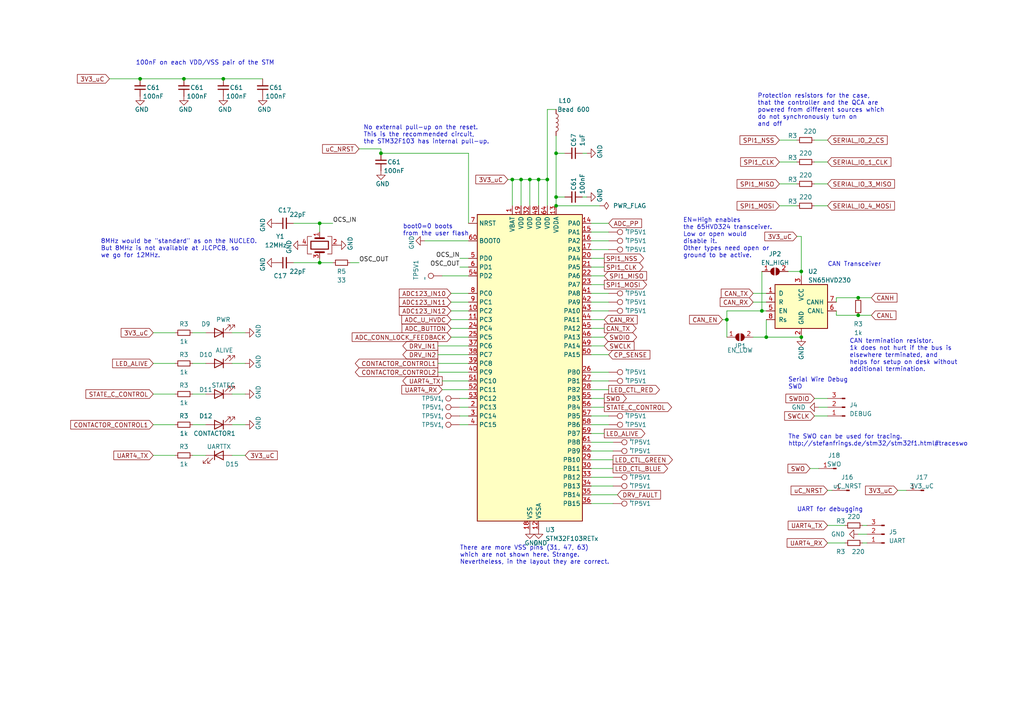
<source format=kicad_sch>
(kicad_sch (version 20230121) (generator eeschema)
  (paper "A4")
  (junction (at 210.82 92.71))
  (junction (at 153.67 52.07))
  (junction (at 156.21 52.07))
  (junction (at 232.41 97.79))
  (junction (at 161.29 44.45))
  (junction (at 92.71 76.2))
  (junction (at 232.41 78.74))
  (junction (at 92.71 64.77))
  (junction (at 53.34 22.86))
  (junction (at 110.49 44.45))
  (junction (at 151.13 52.07))
  (junction (at 220.98 90.17))
  (junction (at 158.75 52.07))
  (junction (at 161.29 59.69))
  (junction (at 248.92 91.44))
  (junction (at 40.64 22.86))
  (junction (at 64.77 22.86))
  (junction (at 161.29 57.15))
  (junction (at 222.25 97.79))
  (junction (at 148.59 52.07))
  (junction (at 248.92 86.36))
  (wire (pts (xy 128.27 113.03) (xy 135.89 113.03)))
  (wire (pts (xy 130.81 85.09) (xy 135.89 85.09)))
  (wire (pts (xy 158.75 59.69) (xy 158.75 52.07)))
  (wire (pts (xy 171.45 143.51) (xy 179.07 143.51)))
  (wire (pts (xy 133.35 115.57) (xy 135.89 115.57)))
  (wire (pts (xy 133.35 120.65) (xy 135.89 120.65)))
  (wire (pts (xy 67.31 96.52) (xy 71.12 96.52)))
  (wire (pts (xy 250.19 152.4) (xy 251.46 152.4)))
  (wire (pts (xy 130.81 92.71) (xy 135.89 92.71)))
  (wire (pts (xy 55.88 96.52) (xy 59.69 96.52)))
  (wire (pts (xy 133.35 123.19) (xy 135.89 123.19)))
  (wire (pts (xy 148.59 52.07) (xy 147.32 52.07)))
  (wire (pts (xy 127 107.95) (xy 135.89 107.95)))
  (wire (pts (xy 226.06 53.34) (xy 231.14 53.34)))
  (wire (pts (xy 55.88 132.08) (xy 59.69 132.08)))
  (wire (pts (xy 171.45 120.65) (xy 176.53 120.65)))
  (wire (pts (xy 151.13 52.07) (xy 148.59 52.07)))
  (wire (pts (xy 127 100.33) (xy 135.89 100.33)))
  (wire (pts (xy 135.89 44.45) (xy 110.49 44.45)))
  (wire (pts (xy 171.45 123.19) (xy 176.53 123.19)))
  (wire (pts (xy 161.29 59.69) (xy 161.29 57.15)))
  (wire (pts (xy 130.81 87.63) (xy 135.89 87.63)))
  (wire (pts (xy 158.75 31.75) (xy 158.75 52.07)))
  (wire (pts (xy 242.57 90.17) (xy 242.57 91.44)))
  (wire (pts (xy 64.77 22.86) (xy 76.2 22.86)))
  (wire (pts (xy 220.98 90.17) (xy 222.25 90.17)))
  (wire (pts (xy 222.25 92.71) (xy 222.25 97.79)))
  (wire (pts (xy 171.45 135.89) (xy 177.8 135.89)))
  (wire (pts (xy 171.45 118.11) (xy 175.26 118.11)))
  (wire (pts (xy 67.31 105.41) (xy 71.12 105.41)))
  (wire (pts (xy 153.67 59.69) (xy 153.67 52.07)))
  (wire (pts (xy 161.29 59.69) (xy 173.99 59.69)))
  (wire (pts (xy 158.75 52.07) (xy 156.21 52.07)))
  (wire (pts (xy 171.45 146.05) (xy 177.8 146.05)))
  (wire (pts (xy 171.45 74.93) (xy 175.26 74.93)))
  (wire (pts (xy 53.34 22.86) (xy 64.77 22.86)))
  (wire (pts (xy 250.19 157.48) (xy 251.46 157.48)))
  (wire (pts (xy 210.82 90.17) (xy 220.98 90.17)))
  (wire (pts (xy 242.57 87.63) (xy 242.57 86.36)))
  (wire (pts (xy 171.45 138.43) (xy 177.8 138.43)))
  (wire (pts (xy 44.45 96.52) (xy 50.8 96.52)))
  (wire (pts (xy 123.19 69.85) (xy 135.89 69.85)))
  (wire (pts (xy 127 105.41) (xy 135.89 105.41)))
  (wire (pts (xy 171.45 115.57) (xy 175.26 115.57)))
  (wire (pts (xy 151.13 59.69) (xy 151.13 52.07)))
  (wire (pts (xy 44.45 123.19) (xy 50.8 123.19)))
  (wire (pts (xy 133.35 77.47) (xy 135.89 77.47)))
  (wire (pts (xy 101.6 76.2) (xy 104.14 76.2)))
  (wire (pts (xy 240.03 142.24) (xy 241.3 142.24)))
  (wire (pts (xy 171.45 77.47) (xy 175.26 77.47)))
  (wire (pts (xy 171.45 97.79) (xy 175.26 97.79)))
  (wire (pts (xy 218.44 97.79) (xy 222.25 97.79)))
  (wire (pts (xy 161.29 31.75) (xy 158.75 31.75)))
  (wire (pts (xy 148.59 52.07) (xy 148.59 59.69)))
  (wire (pts (xy 242.57 86.36) (xy 248.92 86.36)))
  (wire (pts (xy 248.92 86.36) (xy 252.73 86.36)))
  (wire (pts (xy 236.22 115.57) (xy 240.03 115.57)))
  (wire (pts (xy 237.49 118.11) (xy 240.03 118.11)))
  (wire (pts (xy 171.45 72.39) (xy 176.53 72.39)))
  (wire (pts (xy 171.45 64.77) (xy 176.53 64.77)))
  (wire (pts (xy 130.81 97.79) (xy 135.89 97.79)))
  (wire (pts (xy 133.35 74.93) (xy 135.89 74.93)))
  (wire (pts (xy 171.45 125.73) (xy 175.26 125.73)))
  (wire (pts (xy 236.22 53.34) (xy 240.03 53.34)))
  (wire (pts (xy 130.81 90.17) (xy 135.89 90.17)))
  (wire (pts (xy 171.45 67.31) (xy 176.53 67.31)))
  (wire (pts (xy 128.27 110.49) (xy 135.89 110.49)))
  (wire (pts (xy 171.45 100.33) (xy 175.26 100.33)))
  (wire (pts (xy 92.71 64.77) (xy 92.71 67.31)))
  (wire (pts (xy 67.31 114.3) (xy 71.12 114.3)))
  (wire (pts (xy 85.09 76.2) (xy 92.71 76.2)))
  (wire (pts (xy 226.06 40.64) (xy 231.14 40.64)))
  (wire (pts (xy 44.45 105.41) (xy 50.8 105.41)))
  (wire (pts (xy 222.25 97.79) (xy 232.41 97.79)))
  (wire (pts (xy 236.22 120.65) (xy 240.03 120.65)))
  (wire (pts (xy 236.22 40.64) (xy 240.03 40.64)))
  (wire (pts (xy 226.06 46.99) (xy 231.14 46.99)))
  (wire (pts (xy 171.45 80.01) (xy 175.26 80.01)))
  (wire (pts (xy 55.88 105.41) (xy 59.69 105.41)))
  (wire (pts (xy 92.71 64.77) (xy 96.52 64.77)))
  (wire (pts (xy 44.45 114.3) (xy 50.8 114.3)))
  (wire (pts (xy 128.27 80.01) (xy 135.89 80.01)))
  (wire (pts (xy 161.29 44.45) (xy 161.29 57.15)))
  (wire (pts (xy 171.45 82.55) (xy 175.26 82.55)))
  (wire (pts (xy 170.18 57.15) (xy 168.91 57.15)))
  (wire (pts (xy 171.45 113.03) (xy 176.53 113.03)))
  (wire (pts (xy 55.88 114.3) (xy 59.69 114.3)))
  (wire (pts (xy 248.92 154.94) (xy 251.46 154.94)))
  (wire (pts (xy 104.14 43.18) (xy 110.49 43.18)))
  (wire (pts (xy 156.21 52.07) (xy 153.67 52.07)))
  (wire (pts (xy 209.55 92.71) (xy 210.82 92.71)))
  (wire (pts (xy 171.45 95.25) (xy 175.26 95.25)))
  (wire (pts (xy 232.41 78.74) (xy 228.6 78.74)))
  (wire (pts (xy 210.82 90.17) (xy 210.82 92.71)))
  (wire (pts (xy 156.21 59.69) (xy 156.21 52.07)))
  (wire (pts (xy 67.31 123.19) (xy 71.12 123.19)))
  (wire (pts (xy 218.44 87.63) (xy 222.25 87.63)))
  (wire (pts (xy 232.41 78.74) (xy 232.41 68.58)))
  (wire (pts (xy 236.22 59.69) (xy 240.03 59.69)))
  (wire (pts (xy 220.98 78.74) (xy 220.98 90.17)))
  (wire (pts (xy 171.45 92.71) (xy 175.26 92.71)))
  (wire (pts (xy 232.41 68.58) (xy 231.14 68.58)))
  (wire (pts (xy 232.41 80.01) (xy 232.41 78.74)))
  (wire (pts (xy 171.45 107.95) (xy 176.53 107.95)))
  (wire (pts (xy 218.44 85.09) (xy 222.25 85.09)))
  (wire (pts (xy 234.95 135.89) (xy 237.49 135.89)))
  (wire (pts (xy 133.35 118.11) (xy 135.89 118.11)))
  (wire (pts (xy 161.29 57.15) (xy 163.83 57.15)))
  (wire (pts (xy 40.64 22.86) (xy 53.34 22.86)))
  (wire (pts (xy 92.71 76.2) (xy 96.52 76.2)))
  (wire (pts (xy 226.06 59.69) (xy 231.14 59.69)))
  (wire (pts (xy 171.45 85.09) (xy 176.53 85.09)))
  (wire (pts (xy 161.29 39.37) (xy 161.29 44.45)))
  (wire (pts (xy 135.89 64.77) (xy 135.89 44.45)))
  (wire (pts (xy 171.45 87.63) (xy 176.53 87.63)))
  (wire (pts (xy 168.91 44.45) (xy 170.18 44.45)))
  (wire (pts (xy 171.45 110.49) (xy 176.53 110.49)))
  (wire (pts (xy 130.81 95.25) (xy 135.89 95.25)))
  (wire (pts (xy 171.45 133.35) (xy 177.8 133.35)))
  (wire (pts (xy 85.09 64.77) (xy 92.71 64.77)))
  (wire (pts (xy 240.03 157.48) (xy 245.11 157.48)))
  (wire (pts (xy 44.45 132.08) (xy 50.8 132.08)))
  (wire (pts (xy 92.71 76.2) (xy 92.71 74.93)))
  (wire (pts (xy 55.88 123.19) (xy 59.69 123.19)))
  (wire (pts (xy 171.45 130.81) (xy 177.8 130.81)))
  (wire (pts (xy 242.57 91.44) (xy 248.92 91.44)))
  (wire (pts (xy 67.31 132.08) (xy 71.12 132.08)))
  (wire (pts (xy 236.22 46.99) (xy 240.03 46.99)))
  (wire (pts (xy 240.03 152.4) (xy 245.11 152.4)))
  (wire (pts (xy 171.45 102.87) (xy 176.53 102.87)))
  (wire (pts (xy 260.35 142.24) (xy 262.89 142.24)))
  (wire (pts (xy 171.45 140.97) (xy 177.8 140.97)))
  (wire (pts (xy 171.45 69.85) (xy 176.53 69.85)))
  (wire (pts (xy 153.67 52.07) (xy 151.13 52.07)))
  (wire (pts (xy 248.92 91.44) (xy 252.73 91.44)))
  (wire (pts (xy 210.82 92.71) (xy 210.82 97.79)))
  (wire (pts (xy 161.29 44.45) (xy 163.83 44.45)))
  (wire (pts (xy 110.49 43.18) (xy 110.49 44.45)))
  (wire (pts (xy 31.75 22.86) (xy 40.64 22.86)))
  (wire (pts (xy 127 102.87) (xy 135.89 102.87)))
  (wire (pts (xy 171.45 90.17) (xy 176.53 90.17)))
  (wire (pts (xy 171.45 128.27) (xy 177.8 128.27)))
  (text "CAN Transceiver" (at 240.03 77.47 0) (effects (font (size 1.27 1.27)) (justify left bottom)))
  (text "boot0=0 boots\nfrom the user flash" (at 116.84 68.58 0) (effects (font (size 1.27 1.27)) (justify left bottom)))
  (text "The SWO can be used for tracing.\nhttp://stefanfrings.de/stm32/stm32f1.html#traceswo" (at 228.6 129.54 0) (effects (font (size 1.27 1.27)) (justify left bottom)))
  (text "UART for debugging" (at 231.14 148.59 0) (effects (font (size 1.27 1.27)) (justify left bottom)))
  (text "100nF on each VDD/VSS pair of the STM" (at 39.37 19.05 0) (effects (font (size 1.27 1.27)) (justify left bottom)))
  (text "Protection resistors for the case,\nthat the controller and the QCA are\npowered from different sources which\ndo not synchronously turn on\nand off" (at 219.71 36.83 0) (effects (font (size 1.27 1.27)) (justify left bottom)))
  (text "There are more VSS pins (31, 47, 63)\nwhich are not shown here. Strange.\nNevertheless, in the layout they are correct." (at 133.35 163.83 0) (effects (font (size 1.27 1.27)) (justify left bottom)))
  (text "EN=High enables\nthe 65HVD324 transceiver.\nLow or open would\ndisable it.\nOther types need open or\nground to be active." (at 198.12 74.93 0) (effects (font (size 1.27 1.27)) (justify left bottom)))
  (text "Serial Wire Debug\nSWD" (at 228.6 113.03 0) (effects (font (size 1.27 1.27)) (justify left bottom)))
  (text "CAN termination resistor.\n1k does not hurt if the bus is\nelsewhere terminated, and\nhelps for setup on desk without\nadditional termination." (at 246.38 107.95 0) (effects (font (size 1.27 1.27)) (justify left bottom)))
  (text "8MHz would be \"standard\" as on the NUCLEO.\nBut 8MHz is not available at JLCPCB, so\nwe go for 12MHz." (at 29.21 74.93 0) (effects (font (size 1.27 1.27)) (justify left bottom)))
  (text "No external pull-up on the reset.\nThis is the recommended circuit,\nthe STM32F103 has internal pull-up." (at 105.41 41.91 0) (effects (font (size 1.27 1.27)) (justify left bottom)))
  (label "OCS_IN" (at 133.35 74.93 180))
  (label "OCS_IN" (at 96.52 64.77 0))
  (label "OSC_OUT" (at 104.14 76.2 0))
  (label "OSC_OUT" (at 133.35 77.47 180))
  (global_label "SPI1_NSS" (shape input) (at 226.06 40.64 180) (property "Intersheetrefs" "${INTERSHEET_REFS}" (effects hide)))
  (global_label "SERIAL_IO_4_MOSI" (shape input) (at 240.03 59.69 0) (property "Intersheetrefs" "${INTERSHEET_REFS}" (effects hide)))
  (global_label "SWDIO" (shape input) (at 236.22 115.57 180) (property "Intersheetrefs" "${INTERSHEET_REFS}" (effects hide)))
  (global_label "SWCLK" (shape input) (at 236.22 120.65 180) (property "Intersheetrefs" "${INTERSHEET_REFS}" (effects hide)))
  (global_label "3V3_uC" (shape input) (at 231.14 68.58 180) (property "Intersheetrefs" "${INTERSHEET_REFS}" (effects hide)))
  (global_label "LED_ALIVE" (shape output) (at 175.26 125.73 0) (property "Intersheetrefs" "${INTERSHEET_REFS}" (effects hide)))
  (global_label "ADC_PP" (shape input) (at 176.53 64.77 0) (property "Intersheetrefs" "${INTERSHEET_REFS}" (effects hide)))
  (global_label "SPI1_CLK" (shape output) (at 175.26 77.47 0) (property "Intersheetrefs" "${INTERSHEET_REFS}" (effects hide)))
  (global_label "UART4_TX" (shape output) (at 128.27 110.49 180) (property "Intersheetrefs" "${INTERSHEET_REFS}" (effects hide)))
  (global_label "STATE_C_CONTROL" (shape output) (at 175.26 118.11 0) (property "Intersheetrefs" "${INTERSHEET_REFS}" (effects hide)))
  (global_label "SWCLK" (shape input) (at 175.26 100.33 0) (property "Intersheetrefs" "${INTERSHEET_REFS}" (effects hide)))
  (global_label "ADC123_IN12" (shape input) (at 130.81 90.17 180) (property "Intersheetrefs" "${INTERSHEET_REFS}" (effects hide)))
  (global_label "3V3_uC" (shape input) (at 31.75 22.86 180) (property "Intersheetrefs" "${INTERSHEET_REFS}" (effects hide)))
  (global_label "ADC_CONN_LOCK_FEEDBACK" (shape input) (at 130.81 97.79 180) (property "Intersheetrefs" "${INTERSHEET_REFS}" (effects hide)))
  (global_label "LED_CTL_RED" (shape output) (at 176.53 113.03 0) (property "Intersheetrefs" "${INTERSHEET_REFS}" (effects hide)))
  (global_label "CAN_TX" (shape input) (at 218.44 85.09 180) (property "Intersheetrefs" "${INTERSHEET_REFS}" (effects hide)))
  (global_label "CANL" (shape input) (at 252.73 91.44 0) (property "Intersheetrefs" "${INTERSHEET_REFS}" (effects hide)))
  (global_label "CANH" (shape input) (at 252.73 86.36 0) (property "Intersheetrefs" "${INTERSHEET_REFS}" (effects hide)))
  (global_label "CAN_RX" (shape input) (at 175.26 92.71 0) (property "Intersheetrefs" "${INTERSHEET_REFS}" (effects hide)))
  (global_label "LED_CTL_GREEN" (shape output) (at 177.8 133.35 0) (property "Intersheetrefs" "${INTERSHEET_REFS}" (effects hide)))
  (global_label "DRV_IN1" (shape output) (at 127 100.33 180) (property "Intersheetrefs" "${INTERSHEET_REFS}" (effects hide)))
  (global_label "SERIAL_IO_2_CS" (shape input) (at 240.03 40.64 0) (property "Intersheetrefs" "${INTERSHEET_REFS}" (effects hide)))
  (global_label "SWDIO" (shape bidirectional) (at 175.26 97.79 0) (property "Intersheetrefs" "${INTERSHEET_REFS}" (effects hide)))
  (global_label "SERIAL_IO_3_MISO" (shape input) (at 240.03 53.34 0) (property "Intersheetrefs" "${INTERSHEET_REFS}" (effects hide)))
  (global_label "SWO" (shape output) (at 175.26 115.57 0) (property "Intersheetrefs" "${INTERSHEET_REFS}" (effects hide)))
  (global_label "UART4_TX" (shape input) (at 240.03 152.4 180) (property "Intersheetrefs" "${INTERSHEET_REFS}" (effects hide)))
  (global_label "SERIAL_IO_1_CLK" (shape input) (at 240.03 46.99 0) (property "Intersheetrefs" "${INTERSHEET_REFS}" (effects hide)))
  (global_label "uC_NRST" (shape input) (at 240.03 142.24 180) (property "Intersheetrefs" "${INTERSHEET_REFS}" (effects hide)))
  (global_label "SPI1_CLK" (shape input) (at 226.06 46.99 180) (property "Intersheetrefs" "${INTERSHEET_REFS}" (effects hide)))
  (global_label "3V3_uC" (shape input) (at 147.32 52.07 180) (property "Intersheetrefs" "${INTERSHEET_REFS}" (effects hide)))
  (global_label "LED_CTL_BLUE" (shape output) (at 177.8 135.89 0) (property "Intersheetrefs" "${INTERSHEET_REFS}" (effects hide)))
  (global_label "SPI1_MISO" (shape input) (at 175.26 80.01 0) (property "Intersheetrefs" "${INTERSHEET_REFS}" (effects hide)))
  (global_label "ADC123_IN11" (shape input) (at 130.81 87.63 180) (property "Intersheetrefs" "${INTERSHEET_REFS}" (effects hide)))
  (global_label "DRV_FAULT" (shape input) (at 179.07 143.51 0) (property "Intersheetrefs" "${INTERSHEET_REFS}" (effects hide)))
  (global_label "ADC123_IN10" (shape input) (at 130.81 85.09 180) (property "Intersheetrefs" "${INTERSHEET_REFS}" (effects hide)))
  (global_label "3V3_uC" (shape input) (at 260.35 142.24 180) (property "Intersheetrefs" "${INTERSHEET_REFS}" (effects hide)))
  (global_label "SPI1_MISO" (shape input) (at 226.06 53.34 180) (property "Intersheetrefs" "${INTERSHEET_REFS}" (effects hide)))
  (global_label "SWO" (shape input) (at 234.95 135.89 180) (property "Intersheetrefs" "${INTERSHEET_REFS}" (effects hide)))
  (global_label "3V3_uC" (shape input) (at 71.12 132.08 0) (property "Intersheetrefs" "${INTERSHEET_REFS}" (effects hide)))
  (global_label "LED_ALIVE" (shape input) (at 44.45 105.41 180) (property "Intersheetrefs" "${INTERSHEET_REFS}" (effects hide)))
  (global_label "3V3_uC" (shape input) (at 44.45 96.52 180) (property "Intersheetrefs" "${INTERSHEET_REFS}" (effects hide)))
  (global_label "CONTACTOR_CONTROL2" (shape output) (at 127 107.95 180) (property "Intersheetrefs" "${INTERSHEET_REFS}" (effects hide)))
  (global_label "CP_SENSE" (shape input) (at 176.53 102.87 0) (property "Intersheetrefs" "${INTERSHEET_REFS}" (effects hide)))
  (global_label "CAN_RX" (shape input) (at 218.44 87.63 180) (property "Intersheetrefs" "${INTERSHEET_REFS}" (effects hide)))
  (global_label "SPI1_NSS" (shape output) (at 175.26 74.93 0) (property "Intersheetrefs" "${INTERSHEET_REFS}" (effects hide)))
  (global_label "CAN_EN" (shape input) (at 209.55 92.71 180) (property "Intersheetrefs" "${INTERSHEET_REFS}" (effects hide)))
  (global_label "CONTACTOR_CONTROL1" (shape output) (at 127 105.41 180) (property "Intersheetrefs" "${INTERSHEET_REFS}" (effects hide)))
  (global_label "UART4_TX" (shape input) (at 44.45 132.08 180) (property "Intersheetrefs" "${INTERSHEET_REFS}" (effects hide)))
  (global_label "SPI1_MOSI" (shape output) (at 175.26 82.55 0) (property "Intersheetrefs" "${INTERSHEET_REFS}" (effects hide)))
  (global_label "STATE_C_CONTROL" (shape input) (at 44.45 114.3 180) (property "Intersheetrefs" "${INTERSHEET_REFS}" (effects hide)))
  (global_label "uC_NRST" (shape input) (at 104.14 43.18 180) (property "Intersheetrefs" "${INTERSHEET_REFS}" (effects hide)))
  (global_label "SPI1_MOSI" (shape input) (at 226.06 59.69 180) (property "Intersheetrefs" "${INTERSHEET_REFS}" (effects hide)))
  (global_label "CAN_TX" (shape output) (at 175.26 95.25 0) (property "Intersheetrefs" "${INTERSHEET_REFS}" (effects hide)))
  (global_label "UART4_RX" (shape input) (at 240.03 157.48 180) (property "Intersheetrefs" "${INTERSHEET_REFS}" (effects hide)))
  (global_label "DRV_IN2" (shape output) (at 127 102.87 180) (property "Intersheetrefs" "${INTERSHEET_REFS}" (effects hide)))
  (global_label "CONTACTOR_CONTROL1" (shape input) (at 44.45 123.19 180) (property "Intersheetrefs" "${INTERSHEET_REFS}" (effects hide)))
  (global_label "ADC_U_HVDC" (shape input) (at 130.81 92.71 180) (property "Intersheetrefs" "${INTERSHEET_REFS}" (effects hide)))
  (global_label "ADC_BUTTON" (shape input) (at 130.81 95.25 180) (property "Intersheetrefs" "${INTERSHEET_REFS}" (effects hide)))
  (global_label "UART4_RX" (shape input) (at 128.27 113.03 180) (property "Intersheetrefs" "${INTERSHEET_REFS}" (effects hide)))
  (symbol (lib_id "Connector:Conn_01x01_Pin") (at 246.38 142.24 180) (unit 1)
    (property "Reference" "J16" (at 245.745 138.43 0))
    (property "Value" "uC_NRST" (at 245.745 140.97 0))
    (property "Footprint" "Connector_PinHeader_2.54mm:PinHeader_1x01_P2.54mm_Vertical" (effects hide))
  )
  (symbol (lib_id "Connector:TestPoint") (at 133.35 118.11 90) (unit 1)
    (property "Reference" "TP5V1" (at 128.27 118.11 90) (effects (justify left)))
    (property "Value" "~" (at 128.27 119.38 0) (effects (justify left)))
    (property "Footprint" "TestPoint:TestPoint_THTPad_D1.0mm_Drill0.5mm" (effects hide))
    (instances (project "qca7000" (path "" (reference "TP5V1") (unit 1)) (path "" (reference "TP5V1") (unit 1)) (path "" (reference "TP27") (unit 1))))
  )
  (symbol (lib_id "Connector:TestPoint") (at 133.35 115.57 90) (unit 1)
    (property "Reference" "TP5V1" (at 128.27 115.57 90) (effects (justify left)))
    (property "Value" "~" (at 128.27 116.84 0) (effects (justify left)))
    (property "Footprint" "TestPoint:TestPoint_THTPad_D1.0mm_Drill0.5mm" (effects hide))
    (instances (project "qca7000" (path "" (reference "TP5V1") (unit 1)) (path "" (reference "TP5V1") (unit 1)) (path "" (reference "TP26") (unit 1))))
  )
  (symbol (lib_name "C_Small_13") (lib_id "Device:C_Small") (at 110.49 46.99 180) (unit 1)
    (property "Reference" "C61" (at 114.3 46.99 0))
    (property "Value" "100nF" (at 114.3 49.53 0))
    (property "Footprint" "Capacitor_SMD:C_0805_2012Metric_Pad1.18x1.45mm_HandSolder" (effects hide))
    (property "LCSC" "C49678" (effects hide))
    (property "LINK" "https://jlcpcb.com/partdetail/Yageo-CC0805KRX7R9BB104/C49678" (effects hide))
    (instances (project "qca7000" (path "" (reference "C61") (unit 1)) (path "" (reference "C60") (unit 1))))
  )
  (symbol (lib_id "Interface_CAN_LIN:SN65HVD234") (at 232.41 87.63 0) (unit 1)
    (property "Reference" "U2" (at 234.3659 78.74 0) (effects (justify left)))
    (property "Value" "SN65HVD230" (at 234.3659 81.28 0) (effects (justify left)))
    (property "Footprint" "Package_SO:SOIC-8_3.9x4.9mm_P1.27mm" (effects hide))
    (property "Datasheet" "http://www.ti.com/lit/ds/symlink/sn65hvd234.pdf" (effects hide))
    (property "LCSC" "C12084" (effects hide))
    (property "LINK" "https://jlcpcb.com/partdetail/TexasInstruments-SN65HVD230DR/C12084" (effects hide))
  )
  (symbol (lib_id "Device:R_Small") (at 53.34 105.41 90) (unit 1)
    (property "Reference" "R3" (at 53.34 102.87 90))
    (property "Value" "1k" (at 53.34 107.95 90))
    (property "Footprint" "Resistor_SMD:R_0805_2012Metric_Pad1.20x1.40mm_HandSolder" (effects hide))
    (property "Datasheet" "https://datasheet.lcsc.com/lcsc/1811101920_UNI-ROYAL-Uniroyal-Elec-0603WAF3301T5E_C22978.pdf" (effects hide))
    (property "LCSC" "C17513" (effects hide))
    (property "LINK" "https://jlcpcb.com/partdetail/18201-0805W8F1001T5E/C17513" (effects hide))
    (instances (project "qca7000" (path "" (reference "R3") (unit 1)) (path "" (reference "R18") (unit 1))))
  )
  (symbol (lib_id "power:GND") (at 71.12 123.19 90) (unit 1)
    (property "Reference" "#PWR048" (effects hide))
    (property "Value" "GND" (at 74.93 120.65 0) (effects (justify right)))
    (instances (project "qca7000" (path "" (reference "#PWR048") (unit 1)) (path "" (reference "#PWR092") (unit 1))))
  )
  (symbol (lib_id "power:GND") (at 71.12 105.41 90) (unit 1)
    (property "Reference" "#PWR048" (effects hide))
    (property "Value" "GND" (at 74.93 102.87 0) (effects (justify right)))
    (instances (project "qca7000" (path "" (reference "#PWR048") (unit 1)) (path "" (reference "#PWR052") (unit 1))))
  )
  (symbol (lib_id "Connector:TestPoint") (at 176.53 123.19 270) (unit 1)
    (property "Reference" "TP5V1" (at 181.61 123.19 90) (effects (justify left)))
    (property "Value" "~" (at 181.61 121.92 0) (effects (justify left)))
    (property "Footprint" "TestPoint:TestPoint_THTPad_D1.0mm_Drill0.5mm" (effects hide))
    (instances (project "qca7000" (path "" (reference "TP5V1") (unit 1)) (path "" (reference "TP5V1") (unit 1)) (path "" (reference "PB6") (unit 1))))
  )
  (symbol (lib_id "power:GND") (at 170.18 57.15 90) (unit 1)
    (property "Reference" "#PWR048" (effects hide))
    (property "Value" "GND" (at 173.99 54.61 0) (effects (justify right)))
    (instances (project "qca7000" (path "" (reference "#PWR048") (unit 1)) (path "" (reference "#PWR043") (unit 1))))
  )
  (symbol (lib_id "power:GND") (at 64.77 27.94 0) (unit 1)
    (property "Reference" "#PWR048" (effects hide))
    (property "Value" "GND" (at 67.31 31.75 0) (effects (justify right)))
    (instances (project "qca7000" (path "" (reference "#PWR048") (unit 1)) (path "" (reference "#PWR040") (unit 1))))
  )
  (symbol (lib_id "Device:LED") (at 63.5 114.3 180) (unit 1)
    (property "Reference" "D11" (at 59.69 113.03 0))
    (property "Value" "STATEC" (at 64.77 111.76 0))
    (property "Footprint" "LED_SMD:LED_0805_2012Metric_Pad1.15x1.40mm_HandSolder" (effects hide))
    (property "LCSC" "C2296" (effects hide))
    (property "LINK" "https://jlcpcb.com/partdetail/Hubei_KentoElec-C2296/C2296" (effects hide))
  )
  (symbol (lib_id "Connector:TestPoint") (at 176.53 90.17 270) (unit 1)
    (property "Reference" "TP5V1" (at 181.61 90.17 90) (effects (justify left)))
    (property "Value" "~" (at 181.61 88.9 0) (effects (justify left)))
    (property "Footprint" "TestPoint:TestPoint_THTPad_D1.0mm_Drill0.5mm" (effects hide))
    (instances (project "qca7000" (path "" (reference "TP5V1") (unit 1)) (path "" (reference "TP5V1") (unit 1)) (path "" (reference "TP14") (unit 1))))
  )
  (symbol (lib_id "Connector:TestPoint") (at 177.8 146.05 270) (unit 1)
    (property "Reference" "TP5V1" (at 182.88 146.05 90) (effects (justify left)))
    (property "Value" "~" (at 182.88 144.78 0) (effects (justify left)))
    (property "Footprint" "TestPoint:TestPoint_THTPad_D1.0mm_Drill0.5mm" (effects hide))
    (instances (project "qca7000" (path "" (reference "TP5V1") (unit 1)) (path "" (reference "TP5V1") (unit 1)) (path "" (reference "TP38") (unit 1))))
  )
  (symbol (lib_id "power:GND") (at 248.92 154.94 270) (unit 1)
    (property "Reference" "#PWR048" (effects hide))
    (property "Value" "GND" (at 245.11 154.94 90) (effects (justify right)))
    (instances (project "qca7000" (path "" (reference "#PWR048") (unit 1)) (path "" (reference "#PWR058") (unit 1))))
  )
  (symbol (lib_id "power:GND") (at 87.63 71.12 270) (unit 1)
    (property "Reference" "#PWR048" (effects hide))
    (property "Value" "GND" (at 83.82 73.66 0) (effects (justify right)))
    (instances (project "qca7000" (path "" (reference "#PWR048") (unit 1)) (path "" (reference "#PWR046") (unit 1))))
  )
  (symbol (lib_id "Device:R_Small") (at 248.92 88.9 180) (unit 1)
    (property "Reference" "R3" (at 248.92 93.98 0))
    (property "Value" "1k" (at 248.92 96.52 0))
    (property "Footprint" "Resistor_SMD:R_0805_2012Metric_Pad1.20x1.40mm_HandSolder" (effects hide))
    (property "Datasheet" "https://datasheet.lcsc.com/lcsc/1811101920_UNI-ROYAL-Uniroyal-Elec-0603WAF3301T5E_C22978.pdf" (effects hide))
    (property "LCSC" "C17513" (effects hide))
    (property "LINK" "https://jlcpcb.com/partdetail/18201-0805W8F1001T5E/C17513" (effects hide))
    (instances (project "qca7000" (path "" (reference "R3") (unit 1)) (path "" (reference "R16") (unit 1))))
  )
  (symbol (lib_id "Device:R_Small") (at 247.65 157.48 90) (unit 1)
    (property "Reference" "R3" (at 243.84 160.02 90))
    (property "Value" "220" (at 248.92 160.02 90))
    (property "Footprint" "Resistor_SMD:R_0805_2012Metric_Pad1.20x1.40mm_HandSolder" (effects hide))
    (property "Datasheet" "https://datasheet.lcsc.com/lcsc/1811101920_UNI-ROYAL-Uniroyal-Elec-0603WAF3301T5E_C22978.pdf" (effects hide))
    (property "LCSC" "C17557" (effects hide))
    (property "LINK" "https://jlcpcb.com/partdetail/18245-0805W8F2200T5E/C17557" (effects hide))
    (instances (project "qca7000" (path "" (reference "R3") (unit 1)) (path "" (reference "R22") (unit 1))))
  )
  (symbol (lib_id "Connector:Conn_01x01_Pin") (at 267.97 142.24 180) (unit 1)
    (property "Reference" "J17" (at 267.335 138.43 0))
    (property "Value" "3V3_uC" (at 267.335 140.97 0))
    (property "Footprint" "Connector_PinHeader_2.54mm:PinHeader_1x01_P2.54mm_Vertical" (effects hide))
  )
  (symbol (lib_id "Connector:Conn_01x03_Pin") (at 245.11 118.11 180) (unit 1)
    (property "Reference" "J4" (at 246.38 117.475 0) (effects (justify right)))
    (property "Value" "DEBUG" (at 246.38 120.015 0) (effects (justify right)))
    (property "Footprint" "Connector_PinHeader_2.54mm:PinHeader_1x03_P2.54mm_Vertical" (effects hide))
  )
  (symbol (lib_id "power:GND") (at 53.34 27.94 0) (unit 1)
    (property "Reference" "#PWR048" (effects hide))
    (property "Value" "GND" (at 55.88 31.75 0) (effects (justify right)))
    (instances (project "qca7000" (path "" (reference "#PWR048") (unit 1)) (path "" (reference "#PWR039") (unit 1))))
  )
  (symbol (lib_id "Device:R_Small") (at 247.65 152.4 90) (unit 1)
    (property "Reference" "R3" (at 243.84 151.13 90))
    (property "Value" "220" (at 247.65 149.86 90))
    (property "Footprint" "Resistor_SMD:R_0805_2012Metric_Pad1.20x1.40mm_HandSolder" (effects hide))
    (property "Datasheet" "https://datasheet.lcsc.com/lcsc/1811101920_UNI-ROYAL-Uniroyal-Elec-0603WAF3301T5E_C22978.pdf" (effects hide))
    (property "LCSC" "C17557" (effects hide))
    (property "LINK" "https://jlcpcb.com/partdetail/18245-0805W8F2200T5E/C17557" (effects hide))
    (instances (project "qca7000" (path "" (reference "R3") (unit 1)) (path "" (reference "R21") (unit 1))))
  )
  (symbol (lib_id "Device:LED") (at 63.5 132.08 0) (unit 1)
    (property "Reference" "D15" (at 67.31 134.62 0))
    (property "Value" "UARTTX" (at 63.5 129.54 0))
    (property "Footprint" "LED_SMD:LED_0805_2012Metric_Pad1.15x1.40mm_HandSolder" (effects hide))
    (property "LCSC" "C2296" (effects hide))
    (property "LINK" "https://jlcpcb.com/partdetail/Hubei_KentoElec-C2296/C2296" (effects hide))
  )
  (symbol (lib_id "Connector:TestPoint") (at 176.53 85.09 270) (unit 1)
    (property "Reference" "TP5V1" (at 181.61 85.09 90) (effects (justify left)))
    (property "Value" "~" (at 181.61 83.82 0) (effects (justify left)))
    (property "Footprint" "TestPoint:TestPoint_THTPad_D1.0mm_Drill0.5mm" (effects hide))
    (instances (project "qca7000" (path "" (reference "TP5V1") (unit 1)) (path "" (reference "TP5V1") (unit 1)) (path "" (reference "TP12") (unit 1))))
  )
  (symbol (lib_id "power:GND") (at 40.64 27.94 0) (unit 1)
    (property "Reference" "#PWR048" (effects hide))
    (property "Value" "GND" (at 43.18 31.75 0) (effects (justify right)))
    (instances (project "qca7000" (path "" (reference "#PWR048") (unit 1)) (path "" (reference "#PWR038") (unit 1))))
  )
  (symbol (lib_name "C_Small_13") (lib_id "Device:C_Small") (at 166.37 57.15 270) (unit 1)
    (property "Reference" "C61" (at 166.37 53.34 0))
    (property "Value" "100nF" (at 168.91 53.34 0))
    (property "Footprint" "Capacitor_SMD:C_0805_2012Metric_Pad1.18x1.45mm_HandSolder" (effects hide))
    (property "LCSC" "C49678" (effects hide))
    (property "LINK" "https://jlcpcb.com/partdetail/Yageo-CC0805KRX7R9BB104/C49678" (effects hide))
  )
  (symbol (lib_id "power:GND") (at 237.49 118.11 270) (unit 1)
    (property "Reference" "#PWR048" (effects hide))
    (property "Value" "GND" (at 233.68 118.11 90) (effects (justify right)))
    (instances (project "qca7000" (path "" (reference "#PWR048") (unit 1)) (path "" (reference "#PWR055") (unit 1))))
  )
  (symbol (lib_id "power:GND") (at 71.12 96.52 90) (unit 1)
    (property "Reference" "#PWR048" (effects hide))
    (property "Value" "GND" (at 74.93 93.98 0) (effects (justify right)))
    (instances (project "qca7000" (path "" (reference "#PWR048") (unit 1)) (path "" (reference "#PWR050") (unit 1))))
  )
  (symbol (lib_id "Device:R_Small") (at 233.68 46.99 90) (unit 1)
    (property "Reference" "R3" (at 229.87 45.72 90))
    (property "Value" "220" (at 233.68 44.45 90))
    (property "Footprint" "Resistor_SMD:R_0805_2012Metric_Pad1.20x1.40mm_HandSolder" (effects hide))
    (property "Datasheet" "https://datasheet.lcsc.com/lcsc/1811101920_UNI-ROYAL-Uniroyal-Elec-0603WAF3301T5E_C22978.pdf" (effects hide))
    (property "LCSC" "C17557" (effects hide))
    (property "LINK" "https://jlcpcb.com/partdetail/18245-0805W8F2200T5E/C17557" (effects hide))
    (instances (project "qca7000" (path "" (reference "R3") (unit 1)) (path "" (reference "R12") (unit 1))))
  )
  (symbol (lib_id "Connector:TestPoint") (at 128.27 80.01 90) (unit 1)
    (property "Reference" "TP5V1" (at 120.65 81.28 0) (effects (justify left)))
    (property "Value" "~" (at 123.19 81.28 0) (effects (justify left)))
    (property "Footprint" "TestPoint:TestPoint_THTPad_D1.0mm_Drill0.5mm" (effects hide))
    (instances (project "qca7000" (path "" (reference "TP5V1") (unit 1)) (path "" (reference "TP5V1") (unit 1)) (path "" (reference "TP11") (unit 1))))
  )
  (symbol (lib_id "Connector:TestPoint") (at 176.53 87.63 270) (unit 1)
    (property "Reference" "TP5V1" (at 181.61 87.63 90) (effects (justify left)))
    (property "Value" "~" (at 181.61 86.36 0) (effects (justify left)))
    (property "Footprint" "TestPoint:TestPoint_THTPad_D1.0mm_Drill0.5mm" (effects hide))
    (instances (project "qca7000" (path "" (reference "TP5V1") (unit 1)) (path "" (reference "TP5V1") (unit 1)) (path "" (reference "TP13") (unit 1))))
  )
  (symbol (lib_id "Connector:TestPoint") (at 177.8 138.43 270) (unit 1)
    (property "Reference" "TP5V1" (at 182.88 138.43 90) (effects (justify left)))
    (property "Value" "~" (at 182.88 137.16 0) (effects (justify left)))
    (property "Footprint" "TestPoint:TestPoint_THTPad_D1.0mm_Drill0.5mm" (effects hide))
    (instances (project "qca7000" (path "" (reference "TP5V1") (unit 1)) (path "" (reference "TP5V1") (unit 1)) (path "" (reference "PB12") (unit 1))))
  )
  (symbol (lib_id "Connector:Conn_01x01_Pin") (at 242.57 135.89 180) (unit 1)
    (property "Reference" "J18" (at 241.935 132.08 0))
    (property "Value" "SWO" (at 241.935 134.62 0))
    (property "Footprint" "Connector_PinHeader_2.54mm:PinHeader_1x01_P2.54mm_Vertical" (effects hide))
  )
  (symbol (lib_id "power:PWR_FLAG") (at 173.99 59.69 270) (unit 1)
    (property "Reference" "#FLG01" (effects hide))
    (property "Value" "PWR_FLAG" (at 177.8 59.69 90) (effects (justify left)))
    (instances (project "qca7000" (path "" (reference "#FLG01") (unit 1)) (path "" (reference "#FLG07") (unit 1))))
  )
  (symbol (lib_id "Device:C_Small") (at 82.55 64.77 90) (unit 1)
    (property "Reference" "C17" (at 82.55 60.96 90))
    (property "Value" "22pF" (at 86.36 62.23 90))
    (property "Footprint" "Capacitor_SMD:C_0805_2012Metric_Pad1.18x1.45mm_HandSolder" (effects hide))
    (property "Datasheet" "https://datasheet.lcsc.com/lcsc/1811061822_FH-Guangdong-Fenghua-Advanced-Tech-0603CG6R8C500NT_C1679.pdf" (effects hide))
    (property "LCSC" "C1804" (effects hide))
    (property "LINK" "https://jlcpcb.com/partdetail/2156-CL21C220JBANNNC/C1804" (effects hide))
    (instances (project "qca7000" (path "" (reference "C17") (unit 1)) (path "" (reference "C62") (unit 1))))
  )
  (symbol (lib_id "Device:L") (at 161.29 35.56 0) (mirror x) (unit 1)
    (property "Reference" "L10" (at 163.83 29.21 0))
    (property "Value" "Bead 600" (at 166.37 31.75 0))
    (property "Footprint" "Inductor_SMD:L_0805_2012Metric_Pad1.15x1.40mm_HandSolder" (effects hide))
    (property "Datasheet" "https://datasheet.lcsc.com/lcsc/1811091241_Sunlord-GZ1608D601TF_C1002.pdf" (effects hide))
    (property "LCSC" "C1017" (effects hide))
    (property "LINK" "https://jlcpcb.com/partdetail/Sunlord-GZ2012D601TF/C1017" (effects hide))
    (instances (project "qca7000" (path "" (reference "L10") (unit 1)) (path "" (reference "L12") (unit 1))))
  )
  (symbol (lib_id "power:GND") (at 80.01 64.77 270) (unit 1)
    (property "Reference" "#PWR048" (effects hide))
    (property "Value" "GND" (at 76.2 67.31 0) (effects (justify right)))
    (instances (project "qca7000" (path "" (reference "#PWR048") (unit 1)) (path "" (reference "#PWR044") (unit 1))))
  )
  (symbol (lib_id "Device:R_Small") (at 53.34 132.08 90) (unit 1)
    (property "Reference" "R3" (at 53.34 129.54 90))
    (property "Value" "1k" (at 53.34 134.62 90))
    (property "Footprint" "Resistor_SMD:R_0805_2012Metric_Pad1.20x1.40mm_HandSolder" (effects hide))
    (property "Datasheet" "https://datasheet.lcsc.com/lcsc/1811101920_UNI-ROYAL-Uniroyal-Elec-0603WAF3301T5E_C22978.pdf" (effects hide))
    (property "LCSC" "C17513" (effects hide))
    (property "LINK" "https://jlcpcb.com/partdetail/18201-0805W8F1001T5E/C17513" (effects hide))
    (instances (project "qca7000" (path "" (reference "R3") (unit 1)) (path "" (reference "R37") (unit 1))))
  )
  (symbol (lib_id "power:GND") (at 110.49 49.53 0) (unit 1)
    (property "Reference" "#PWR048" (effects hide))
    (property "Value" "GND" (at 113.03 53.34 0) (effects (justify right)))
    (instances (project "qca7000" (path "" (reference "#PWR048") (unit 1)) (path "" (reference "#PWR042") (unit 1))))
  )
  (symbol (lib_id "Connector:TestPoint") (at 176.53 69.85 270) (unit 1)
    (property "Reference" "TP5V1" (at 181.61 69.85 90) (effects (justify left)))
    (property "Value" "~" (at 181.61 68.58 0) (effects (justify left)))
    (property "Footprint" "TestPoint:TestPoint_THTPad_D1.0mm_Drill0.5mm" (effects hide))
    (instances (project "qca7000" (path "" (reference "TP5V1") (unit 1)) (path "" (reference "TP5V1") (unit 1)) (path "" (reference "TP9") (unit 1))))
  )
  (symbol (lib_id "power:GND") (at 153.67 153.67 0) (unit 1)
    (property "Reference" "#PWR048" (effects hide))
    (property "Value" "GND" (at 156.21 157.48 0) (effects (justify right)))
    (instances (project "qca7000" (path "" (reference "#PWR048") (unit 1)) (path "" (reference "#PWR056") (unit 1))))
  )
  (symbol (lib_id "MCU_ST_STM32F1:STM32F103RETx") (at 153.67 107.95 0) (unit 1)
    (property "Reference" "U3" (at 158.1659 153.67 0) (effects (justify left)))
    (property "Value" "STM32F103RETx" (at 158.1659 156.21 0) (effects (justify left)))
    (property "Footprint" "Package_QFP:LQFP-64_10x10mm_P0.5mm" (effects hide))
    (property "Datasheet" "https://www.st.com/resource/en/datasheet/stm32f103re.pdf" (effects hide))
    (property "LCSC" "C8322" (effects hide))
    (property "LINK" "https://jlcpcb.com/partdetail/Stmicroelectronics-STM32F103RET6/C8322" (effects hide))
  )
  (symbol (lib_id "Device:R_Small") (at 233.68 40.64 90) (unit 1)
    (property "Reference" "R3" (at 229.87 39.37 90))
    (property "Value" "220" (at 234.95 38.1 90))
    (property "Footprint" "Resistor_SMD:R_0805_2012Metric_Pad1.20x1.40mm_HandSolder" (effects hide))
    (property "Datasheet" "https://datasheet.lcsc.com/lcsc/1811101920_UNI-ROYAL-Uniroyal-Elec-0603WAF3301T5E_C22978.pdf" (effects hide))
    (property "LCSC" "C17557" (effects hide))
    (property "LINK" "https://jlcpcb.com/partdetail/18245-0805W8F2200T5E/C17557" (effects hide))
    (instances (project "qca7000" (path "" (reference "R3") (unit 1)) (path "" (reference "R11") (unit 1))))
  )
  (symbol (lib_name "C_Small_13") (lib_id "Device:C_Small") (at 64.77 25.4 180) (unit 1)
    (property "Reference" "C61" (at 68.58 25.4 0))
    (property "Value" "100nF" (at 68.58 27.94 0))
    (property "Footprint" "Capacitor_SMD:C_0805_2012Metric_Pad1.18x1.45mm_HandSolder" (effects hide))
    (property "LCSC" "C49678" (effects hide))
    (property "LINK" "https://jlcpcb.com/partdetail/Yageo-CC0805KRX7R9BB104/C49678" (effects hide))
    (instances (project "qca7000" (path "" (reference "C61") (unit 1)) (path "" (reference "C58") (unit 1))))
  )
  (symbol (lib_name "C_Small_13") (lib_id "Device:C_Small") (at 166.37 44.45 270) (unit 1)
    (property "Reference" "C67" (at 166.37 40.64 0))
    (property "Value" "1uF" (at 168.91 40.64 0))
    (property "Footprint" "Capacitor_SMD:C_0805_2012Metric_Pad1.18x1.45mm_HandSolder" (effects hide))
    (property "LCSC" "C28323" (effects hide))
    (property "LINK" "https://jlcpcb.com/partdetail/29074-CL21B105KBFNNNE/C28323" (effects hide))
    (instances (project "qca7000" (path "" (reference "C67") (unit 1)) (path "" (reference "C65") (unit 1)) (path "" (reference "C14") (unit 1))))
  )
  (symbol (lib_id "Device:R_Small") (at 233.68 59.69 90) (unit 1)
    (property "Reference" "R3" (at 229.87 58.42 90))
    (property "Value" "220" (at 233.68 57.15 90))
    (property "Footprint" "Resistor_SMD:R_0805_2012Metric_Pad1.20x1.40mm_HandSolder" (effects hide))
    (property "Datasheet" "https://datasheet.lcsc.com/lcsc/1811101920_UNI-ROYAL-Uniroyal-Elec-0603WAF3301T5E_C22978.pdf" (effects hide))
    (property "LCSC" "C17557" (effects hide))
    (property "LINK" "https://jlcpcb.com/partdetail/18245-0805W8F2200T5E/C17557" (effects hide))
    (instances (project "qca7000" (path "" (reference "R3") (unit 1)) (path "" (reference "R14") (unit 1))))
  )
  (symbol (lib_id "Device:LED") (at 63.5 123.19 180) (unit 1)
    (property "Reference" "D12" (at 59.69 120.65 0))
    (property "Value" "CONTACTOR1" (at 62.23 125.73 0))
    (property "Footprint" "LED_SMD:LED_0805_2012Metric_Pad1.15x1.40mm_HandSolder" (effects hide))
    (property "LCSC" "C2296" (effects hide))
    (property "LINK" "https://jlcpcb.com/partdetail/Hubei_KentoElec-C2296/C2296" (effects hide))
  )
  (symbol (lib_id "power:GND") (at 232.41 97.79 0) (unit 1)
    (property "Reference" "#PWR048" (effects hide))
    (property "Value" "GND" (at 232.41 100.33 90) (effects (justify right)))
    (instances (project "qca7000" (path "" (reference "#PWR048") (unit 1)) (path "" (reference "#PWR051") (unit 1))))
  )
  (symbol (lib_id "Connector:TestPoint") (at 176.53 120.65 270) (unit 1)
    (property "Reference" "TP5V1" (at 181.61 120.65 90) (effects (justify left)))
    (property "Value" "~" (at 181.61 119.38 0) (effects (justify left)))
    (property "Footprint" "TestPoint:TestPoint_THTPad_D1.0mm_Drill0.5mm" (effects hide))
    (instances (project "qca7000" (path "" (reference "TP5V1") (unit 1)) (path "" (reference "TP5V1") (unit 1)) (path "" (reference "PB5") (unit 1))))
  )
  (symbol (lib_id "Connector:TestPoint") (at 177.8 140.97 270) (unit 1)
    (property "Reference" "TP5V1" (at 182.88 140.97 90) (effects (justify left)))
    (property "Value" "~" (at 182.88 139.7 0) (effects (justify left)))
    (property "Footprint" "TestPoint:TestPoint_THTPad_D1.0mm_Drill0.5mm" (effects hide))
    (instances (project "qca7000" (path "" (reference "TP5V1") (unit 1)) (path "" (reference "TP5V1") (unit 1)) (path "" (reference "PB13") (unit 1))))
  )
  (symbol (lib_id "Connector:Conn_01x03_Pin") (at 256.54 154.94 180) (unit 1)
    (property "Reference" "J5" (at 257.81 154.305 0) (effects (justify right)))
    (property "Value" "UART" (at 257.81 156.845 0) (effects (justify right)))
    (property "Footprint" "Connector_PinHeader_2.54mm:PinHeader_1x03_P2.54mm_Vertical" (effects hide))
  )
  (symbol (lib_id "Device:R_Small") (at 233.68 53.34 90) (unit 1)
    (property "Reference" "R3" (at 229.87 52.07 90))
    (property "Value" "220" (at 233.68 50.8 90))
    (property "Footprint" "Resistor_SMD:R_0805_2012Metric_Pad1.20x1.40mm_HandSolder" (effects hide))
    (property "Datasheet" "https://datasheet.lcsc.com/lcsc/1811101920_UNI-ROYAL-Uniroyal-Elec-0603WAF3301T5E_C22978.pdf" (effects hide))
    (property "LCSC" "C17557" (effects hide))
    (property "LINK" "https://jlcpcb.com/partdetail/18245-0805W8F2200T5E/C17557" (effects hide))
    (instances (project "qca7000" (path "" (reference "R3") (unit 1)) (path "" (reference "R13") (unit 1))))
  )
  (symbol (lib_id "Device:R_Small") (at 99.06 76.2 90) (unit 1)
    (property "Reference" "R5" (at 99.06 78.74 90))
    (property "Value" "33" (at 99.06 81.28 90))
    (property "Footprint" "Resistor_SMD:R_0805_2012Metric_Pad1.20x1.40mm_HandSolder" (effects hide))
    (property "Datasheet" "https://datasheet.lcsc.com/lcsc/1811081710_UNI-ROYAL-Uniroyal-Elec-0603WAF330JT5E_C23140.pdf" (effects hide))
    (property "LCSC" "C17634" (effects hide))
    (property "LINK" "https://jlcpcb.com/partdetail/18322-0805W8F330JT5E/C17634" (effects hide))
    (instances (project "qca7000" (path "" (reference "R5") (unit 1)) (path "" (reference "R15") (unit 1))))
  )
  (symbol (lib_id "Connector:TestPoint") (at 176.53 107.95 270) (unit 1)
    (property "Reference" "TP5V1" (at 181.61 107.95 90) (effects (justify left)))
    (property "Value" "~" (at 181.61 106.68 0) (effects (justify left)))
    (property "Footprint" "TestPoint:TestPoint_THTPad_D1.0mm_Drill0.5mm" (effects hide))
    (instances (project "qca7000" (path "" (reference "TP5V1") (unit 1)) (path "" (reference "TP5V1") (unit 1)) (path "" (reference "TP23") (unit 1))))
  )
  (symbol (lib_id "Connector:TestPoint") (at 176.53 110.49 270) (unit 1)
    (property "Reference" "TP5V1" (at 181.61 110.49 90) (effects (justify left)))
    (property "Value" "~" (at 181.61 109.22 0) (effects (justify left)))
    (property "Footprint" "TestPoint:TestPoint_THTPad_D1.0mm_Drill0.5mm" (effects hide))
    (instances (project "qca7000" (path "" (reference "TP5V1") (unit 1)) (path "" (reference "TP5V1") (unit 1)) (path "" (reference "TP24") (unit 1))))
  )
  (symbol (lib_id "Device:LED") (at 63.5 105.41 180) (unit 1)
    (property "Reference" "D10" (at 59.69 102.87 0))
    (property "Value" "ALIVE" (at 65.0875 101.6 0))
    (property "Footprint" "LED_SMD:LED_0805_2012Metric_Pad1.15x1.40mm_HandSolder" (effects hide))
    (property "LCSC" "C2296" (effects hide))
    (property "LINK" "https://jlcpcb.com/partdetail/Hubei_KentoElec-C2296/C2296" (effects hide))
  )
  (symbol (lib_id "Connector:TestPoint") (at 133.35 120.65 90) (unit 1)
    (property "Reference" "TP5V1" (at 128.27 120.65 90) (effects (justify left)))
    (property "Value" "~" (at 128.27 121.92 0) (effects (justify left)))
    (property "Footprint" "TestPoint:TestPoint_THTPad_D1.0mm_Drill0.5mm" (effects hide))
    (instances (project "qca7000" (path "" (reference "TP5V1") (unit 1)) (path "" (reference "TP5V1") (unit 1)) (path "" (reference "TP28") (unit 1))))
  )
  (symbol (lib_id "power:GND") (at 80.01 76.2 270) (unit 1)
    (property "Reference" "#PWR048" (effects hide))
    (property "Value" "GND" (at 76.2 78.74 0) (effects (justify right)))
  )
  (symbol (lib_id "Connector:TestPoint") (at 176.53 72.39 270) (unit 1)
    (property "Reference" "TP5V1" (at 181.61 72.39 90) (effects (justify left)))
    (property "Value" "~" (at 181.61 71.12 0) (effects (justify left)))
    (property "Footprint" "TestPoint:TestPoint_THTPad_D1.0mm_Drill0.5mm" (effects hide))
    (instances (project "qca7000" (path "" (reference "TP5V1") (unit 1)) (path "" (reference "TP5V1") (unit 1)) (path "" (reference "TP10") (unit 1))))
  )
  (symbol (lib_id "Connector:TestPoint") (at 177.8 128.27 270) (unit 1)
    (property "Reference" "TP5V1" (at 182.88 128.27 90) (effects (justify left)))
    (property "Value" "~" (at 182.88 127 0) (effects (justify left)))
    (property "Footprint" "TestPoint:TestPoint_THTPad_D1.0mm_Drill0.5mm" (effects hide))
    (instances (project "qca7000" (path "" (reference "TP5V1") (unit 1)) (path "" (reference "TP5V1") (unit 1)) (path "" (reference "TP30") (unit 1))))
  )
  (symbol (lib_name "C_Small_13") (lib_id "Device:C_Small") (at 53.34 25.4 180) (unit 1)
    (property "Reference" "C61" (at 57.15 25.4 0))
    (property "Value" "100nF" (at 57.15 27.94 0))
    (property "Footprint" "Capacitor_SMD:C_0805_2012Metric_Pad1.18x1.45mm_HandSolder" (effects hide))
    (property "LCSC" "C49678" (effects hide))
    (property "LINK" "https://jlcpcb.com/partdetail/Yageo-CC0805KRX7R9BB104/C49678" (effects hide))
    (instances (project "qca7000" (path "" (reference "C61") (unit 1)) (path "" (reference "C57") (unit 1))))
  )
  (symbol (lib_id "Device:LED") (at 63.5 96.52 180) (unit 1)
    (property "Reference" "D9" (at 59.69 93.98 0))
    (property "Value" "PWR" (at 64.77 92.71 0))
    (property "Footprint" "LED_SMD:LED_0805_2012Metric_Pad1.15x1.40mm_HandSolder" (effects hide))
    (property "LCSC" "C2296" (effects hide))
    (property "LINK" "https://jlcpcb.com/partdetail/Hubei_KentoElec-C2296/C2296" (effects hide))
  )
  (symbol (lib_id "Device:R_Small") (at 53.34 114.3 90) (unit 1)
    (property "Reference" "R3" (at 53.34 111.76 90))
    (property "Value" "1k" (at 53.34 116.84 90))
    (property "Footprint" "Resistor_SMD:R_0805_2012Metric_Pad1.20x1.40mm_HandSolder" (effects hide))
    (property "Datasheet" "https://datasheet.lcsc.com/lcsc/1811101920_UNI-ROYAL-Uniroyal-Elec-0603WAF3301T5E_C22978.pdf" (effects hide))
    (property "LCSC" "C17513" (effects hide))
    (property "LINK" "https://jlcpcb.com/partdetail/18201-0805W8F1001T5E/C17513" (effects hide))
    (instances (project "qca7000" (path "" (reference "R3") (unit 1)) (path "" (reference "R19") (unit 1))))
  )
  (symbol (lib_id "Jumper:SolderJumper_2_Open") (at 214.63 97.79 0) (unit 1)
    (property "Reference" "JP1" (at 214.63 100.33 0))
    (property "Value" "EN_LOW" (at 214.63 101.6 0))
    (property "Footprint" "Jumper:SolderJumper-2_P1.3mm_Open_TrianglePad1.0x1.5mm" (effects hide))
  )
  (symbol (lib_id "power:GND") (at 97.79 71.12 90) (unit 1)
    (property "Reference" "#PWR048" (effects hide))
    (property "Value" "GND" (at 101.6 68.58 0) (effects (justify right)))
    (instances (project "qca7000" (path "" (reference "#PWR048") (unit 1)) (path "" (reference "#PWR047") (unit 1))))
  )
  (symbol (lib_id "Device:R_Small") (at 53.34 96.52 90) (unit 1)
    (property "Reference" "R3" (at 53.34 93.98 90))
    (property "Value" "1k" (at 53.34 99.06 90))
    (property "Footprint" "Resistor_SMD:R_0805_2012Metric_Pad1.20x1.40mm_HandSolder" (effects hide))
    (property "Datasheet" "https://datasheet.lcsc.com/lcsc/1811101920_UNI-ROYAL-Uniroyal-Elec-0603WAF3301T5E_C22978.pdf" (effects hide))
    (property "LCSC" "C17513" (effects hide))
    (property "LINK" "https://jlcpcb.com/partdetail/18201-0805W8F1001T5E/C17513" (effects hide))
    (instances (project "qca7000" (path "" (reference "R3") (unit 1)) (path "" (reference "R17") (unit 1))))
  )
  (symbol (lib_id "Connector:TestPoint") (at 133.35 123.19 90) (unit 1)
    (property "Reference" "TP5V1" (at 128.27 123.19 90) (effects (justify left)))
    (property "Value" "~" (at 128.27 124.46 0) (effects (justify left)))
    (property "Footprint" "TestPoint:TestPoint_THTPad_D1.0mm_Drill0.5mm" (effects hide))
    (instances (project "qca7000" (path "" (reference "TP5V1") (unit 1)) (path "" (reference "TP5V1") (unit 1)) (path "" (reference "TP29") (unit 1))))
  )
  (symbol (lib_id "power:GND") (at 76.2 27.94 0) (unit 1)
    (property "Reference" "#PWR048" (effects hide))
    (property "Value" "GND" (at 78.74 31.75 0) (effects (justify right)))
    (instances (project "qca7000" (path "" (reference "#PWR048") (unit 1)) (path "" (reference "#PWR041") (unit 1))))
  )
  (symbol (lib_id "Device:C_Small") (at 82.55 76.2 90) (unit 1)
    (property "Reference" "C17" (at 81.28 80.01 90))
    (property "Value" "22pF" (at 86.36 78.74 90))
    (property "Footprint" "Capacitor_SMD:C_0805_2012Metric_Pad1.18x1.45mm_HandSolder" (effects hide))
    (property "Datasheet" "https://datasheet.lcsc.com/lcsc/1811061822_FH-Guangdong-Fenghua-Advanced-Tech-0603CG6R8C500NT_C1679.pdf" (effects hide))
    (property "LCSC" "C1804" (effects hide))
    (property "LINK" "https://jlcpcb.com/partdetail/2156-CL21C220JBANNNC/C1804" (effects hide))
    (instances (project "qca7000" (path "" (reference "C17") (unit 1)) (path "" (reference "C63") (unit 1))))
  )
  (symbol (lib_name "C_Small_13") (lib_id "Device:C_Small") (at 76.2 25.4 180) (unit 1)
    (property "Reference" "C61" (at 80.01 25.4 0))
    (property "Value" "100nF" (at 80.01 27.94 0))
    (property "Footprint" "Capacitor_SMD:C_0805_2012Metric_Pad1.18x1.45mm_HandSolder" (effects hide))
    (property "LCSC" "C49678" (effects hide))
    (property "LINK" "https://jlcpcb.com/partdetail/Yageo-CC0805KRX7R9BB104/C49678" (effects hide))
    (instances (project "qca7000" (path "" (reference "C61") (unit 1)) (path "" (reference "C59") (unit 1))))
  )
  (symbol (lib_id "power:GND") (at 71.12 114.3 90) (unit 1)
    (property "Reference" "#PWR048" (effects hide))
    (property "Value" "GND" (at 74.93 111.76 0) (effects (justify right)))
    (instances (project "qca7000" (path "" (reference "#PWR048") (unit 1)) (path "" (reference "#PWR053") (unit 1))))
  )
  (symbol (lib_id "Connector:TestPoint") (at 176.53 67.31 270) (unit 1)
    (property "Reference" "TP5V1" (at 181.61 67.31 90) (effects (justify left)))
    (property "Value" "~" (at 181.61 66.04 0) (effects (justify left)))
    (property "Footprint" "TestPoint:TestPoint_THTPad_D1.0mm_Drill0.5mm" (effects hide))
    (instances (project "qca7000" (path "" (reference "TP5V1") (unit 1)) (path "" (reference "TP5V1") (unit 1)) (path "" (reference "TP8") (unit 1))))
  )
  (symbol (lib_id "Connector:TestPoint") (at 177.8 130.81 270) (unit 1)
    (property "Reference" "TP5V1" (at 182.88 130.81 90) (effects (justify left)))
    (property "Value" "~" (at 182.88 129.54 0) (effects (justify left)))
    (property "Footprint" "TestPoint:TestPoint_THTPad_D1.0mm_Drill0.5mm" (effects hide))
    (instances (project "qca7000" (path "" (reference "TP5V1") (unit 1)) (path "" (reference "TP5V1") (unit 1)) (path "" (reference "TP31") (unit 1))))
  )
  (symbol (lib_id "power:GND") (at 123.19 69.85 270) (unit 1)
    (property "Reference" "#PWR048" (effects hide))
    (property "Value" "GND" (at 119.38 72.39 0) (effects (justify right)))
    (instances (project "qca7000" (path "" (reference "#PWR048") (unit 1)) (path "" (reference "#PWR045") (unit 1))))
  )
  (symbol (lib_id "Device:Crystal_GND24") (at 92.71 71.12 270) (unit 1)
    (property "Reference" "Y1" (at 81.28 68.58 90))
    (property "Value" "12MHz" (at 80.01 71.12 90))
    (property "Footprint" "Crystal:Crystal_SMD_TXC_7M-4Pin_3.2x2.5mm" (effects hide))
    (property "Datasheet" "tbd" (effects hide))
    (property "LCSC" "C9002" (effects hide))
    (property "LINK" "https://jlcpcb.com/partdetail/YangxingTech-X322512MSB4SI/C9002" (effects hide))
    (instances (project "qca7000" (path "" (reference "Y1") (unit 1)) (path "" (reference "Y2") (unit 1))))
  )
  (symbol (lib_id "power:GND") (at 156.21 153.67 0) (unit 1)
    (property "Reference" "#PWR048" (effects hide))
    (property "Value" "GND" (at 158.75 157.48 0) (effects (justify right)))
    (instances (project "qca7000" (path "" (reference "#PWR048") (unit 1)) (path "" (reference "#PWR057") (unit 1))))
  )
  (symbol (lib_id "Device:R_Small") (at 53.34 123.19 90) (unit 1)
    (property "Reference" "R3" (at 53.34 120.65 90))
    (property "Value" "1k" (at 53.34 125.73 90))
    (property "Footprint" "Resistor_SMD:R_0805_2012Metric_Pad1.20x1.40mm_HandSolder" (effects hide))
    (property "Datasheet" "https://datasheet.lcsc.com/lcsc/1811101920_UNI-ROYAL-Uniroyal-Elec-0603WAF3301T5E_C22978.pdf" (effects hide))
    (property "LCSC" "C17513" (effects hide))
    (property "LINK" "https://jlcpcb.com/partdetail/18201-0805W8F1001T5E/C17513" (effects hide))
    (instances (project "qca7000" (path "" (reference "R3") (unit 1)) (path "" (reference "R20") (unit 1))))
  )
  (symbol (lib_name "C_Small_13") (lib_id "Device:C_Small") (at 40.64 25.4 180) (unit 1)
    (property "Reference" "C61" (at 44.45 25.4 0))
    (property "Value" "100nF" (at 44.45 27.94 0))
    (property "Footprint" "Capacitor_SMD:C_0805_2012Metric_Pad1.18x1.45mm_HandSolder" (effects hide))
    (property "LCSC" "C49678" (effects hide))
    (property "LINK" "https://jlcpcb.com/partdetail/Yageo-CC0805KRX7R9BB104/C49678" (effects hide))
    (instances (project "qca7000" (path "" (reference "C61") (unit 1)) (path "" (reference "C56") (unit 1))))
  )
  (symbol (lib_id "power:GND") (at 170.18 44.45 90) (unit 1)
    (property "Reference" "#PWR048" (effects hide))
    (property "Value" "GND" (at 173.99 41.91 0) (effects (justify right)))
    (instances (project "qca7000" (path "" (reference "#PWR048") (unit 1)) (path "" (reference "#PWR049") (unit 1))))
  )
  (symbol (lib_id "Jumper:SolderJumper_2_Open") (at 224.79 78.74 0) (unit 1)
    (property "Reference" "JP2" (at 224.79 73.66 0))
    (property "Value" "EN_HIGH" (at 224.79 76.2 0))
    (property "Footprint" "Jumper:SolderJumper-2_P1.3mm_Open_TrianglePad1.0x1.5mm" (effects hide))
  )
)
</source>
